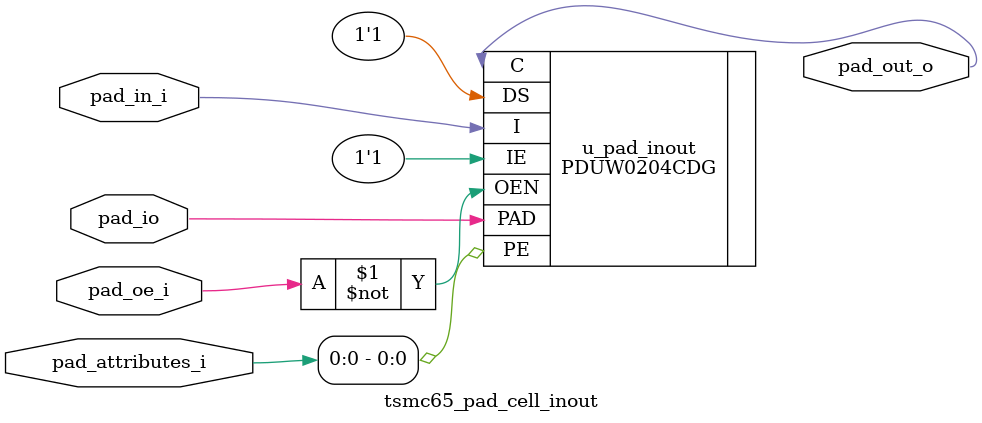
<source format=sv>


module tsmc65_pad_cell_inout #(
  parameter int unsigned PADATTR = 16
) (
  input logic pad_in_i, // pad input value
  input logic pad_oe_i, // pad output enable
  output logic pad_out_o, // pad output value
  inout logic pad_io, // pad value
  input logic [PADATTR-1:0] pad_attributes_i // pad attributes
);
  // TSMC65 pad standard cell
  PDUW0204CDG u_pad_inout (
    .I (pad_in_i),
    .OEN (~pad_oe_i),
    .PE (pad_attributes_i[0]),
    .PAD (pad_io),
    .IE (1'b1),
    .DS(1'b1),
    .C (pad_out_o)
  );
endmodule

</source>
